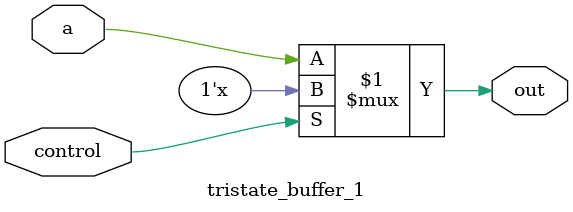
<source format=v>
module tristate_buffer_1(out, a, control);
	input a, control;
	output out;
	assign out = control ? 1'bz : a;
	
	/*
	always
		begin
			if (control)
				out = 1'bz;
			else
				out = a;
		end
	*/

endmodule
</source>
